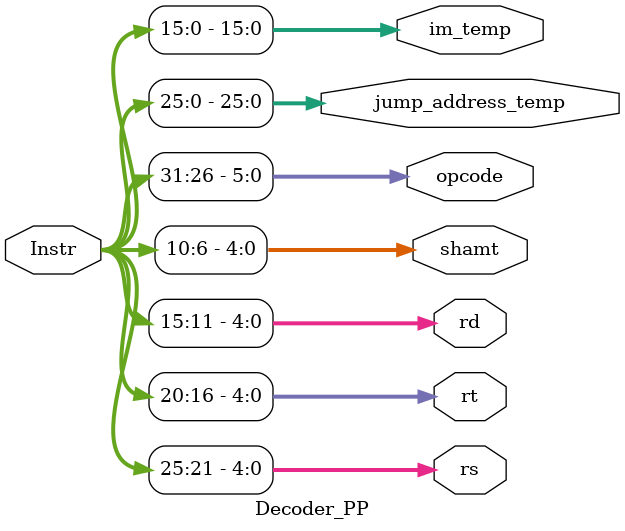
<source format=v>
module Decoder_PP(
output [4:0] rs,rt,rd,shamt,
output [5:0] opcode,
output [25:0] jump_address_temp,
output [15:0] im_temp,
input [31:0] Instr
);

// R-TYPE
assign opcode = Instr[31:26]; 
assign rs = Instr[25:21];
assign rt = Instr[20:16];
assign rd = Instr[15:11];
assign shamt = Instr[10:6]; 

// I-Type 
assign opcode = Instr[31:26]; 
assign rs = Instr[25:21];
assign rt = Instr[20:16];
assign im_temp = Instr[15:0];

// J-Type
assign opcode = Instr[31:26]; 
assign jump_address_temp = Instr[25:0];

endmodule


</source>
